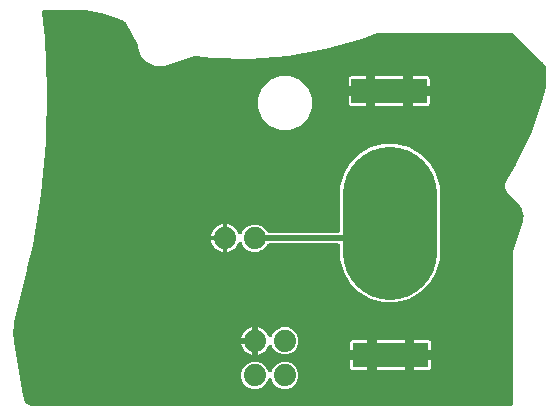
<source format=gbl>
G04 EAGLE Gerber X2 export*
G75*
%MOMM*%
%FSLAX34Y34*%
%LPD*%
%AMOC8*
5,1,8,0,0,1.08239X$1,22.5*%
G01*
%ADD10C,1.879600*%
%ADD11R,3.175000X2.032000*%
%ADD12C,8.000000*%
%ADD13C,0.508000*%

G36*
X431866Y10167D02*
X431866Y10167D01*
X431959Y10167D01*
X432039Y10173D01*
X432111Y10186D01*
X432184Y10190D01*
X432349Y10229D01*
X432435Y10244D01*
X432466Y10257D01*
X432507Y10266D01*
X432658Y10316D01*
X432799Y10377D01*
X432941Y10432D01*
X432988Y10460D01*
X433027Y10477D01*
X433097Y10527D01*
X433225Y10604D01*
X433353Y10698D01*
X433467Y10799D01*
X433586Y10895D01*
X433622Y10937D01*
X433654Y10965D01*
X433706Y11034D01*
X433802Y11147D01*
X433896Y11275D01*
X433973Y11407D01*
X434056Y11536D01*
X434078Y11586D01*
X434099Y11623D01*
X434127Y11704D01*
X434184Y11842D01*
X434234Y11993D01*
X434249Y12065D01*
X434274Y12134D01*
X434301Y12301D01*
X434319Y12386D01*
X434320Y12419D01*
X434327Y12461D01*
X434333Y12541D01*
X434332Y12607D01*
X434339Y12700D01*
X434339Y139267D01*
X434333Y139328D01*
X434334Y139411D01*
X434222Y140996D01*
X434235Y141036D01*
X434270Y141192D01*
X434312Y141348D01*
X434316Y141394D01*
X434324Y141429D01*
X434326Y141516D01*
X434339Y141679D01*
X434339Y141721D01*
X434947Y143188D01*
X434965Y143247D01*
X434997Y143323D01*
X442597Y166121D01*
X442610Y166179D01*
X442636Y166256D01*
X443093Y168024D01*
X443100Y168068D01*
X443113Y168111D01*
X443146Y168369D01*
X443154Y168422D01*
X443154Y168430D01*
X443155Y168440D01*
X443319Y172081D01*
X443313Y172196D01*
X443316Y172311D01*
X443301Y172412D01*
X443297Y172483D01*
X443281Y172547D01*
X443267Y172639D01*
X442429Y176185D01*
X442392Y176294D01*
X442364Y176406D01*
X442322Y176499D01*
X442298Y176566D01*
X442265Y176623D01*
X442227Y176708D01*
X440452Y179891D01*
X440426Y179927D01*
X440407Y179968D01*
X440252Y180178D01*
X440222Y180221D01*
X440216Y180227D01*
X440210Y180235D01*
X439011Y181613D01*
X438968Y181653D01*
X438915Y181715D01*
X437201Y183430D01*
X437200Y183430D01*
X431905Y188725D01*
X431863Y188760D01*
X431826Y188800D01*
X431652Y188932D01*
X431594Y188981D01*
X431579Y188988D01*
X431562Y189001D01*
X430979Y189374D01*
X430435Y190151D01*
X430428Y190160D01*
X430421Y190171D01*
X430207Y190424D01*
X429536Y191094D01*
X429271Y191734D01*
X429264Y191747D01*
X429260Y191760D01*
X429242Y191792D01*
X429227Y191833D01*
X429117Y192021D01*
X429081Y192089D01*
X429070Y192102D01*
X429060Y192120D01*
X428663Y192687D01*
X428459Y193613D01*
X428455Y193625D01*
X428454Y193637D01*
X428352Y193953D01*
X427989Y194829D01*
X427989Y195521D01*
X427984Y195575D01*
X427986Y195630D01*
X427957Y195846D01*
X427949Y195922D01*
X427944Y195938D01*
X427942Y195959D01*
X427792Y196634D01*
X427958Y197568D01*
X427959Y197580D01*
X427962Y197592D01*
X427989Y197923D01*
X427989Y198871D01*
X428254Y199510D01*
X428270Y199563D01*
X428293Y199612D01*
X428348Y199823D01*
X428371Y199896D01*
X428372Y199913D01*
X428377Y199933D01*
X428498Y200614D01*
X429009Y201414D01*
X429014Y201425D01*
X429022Y201434D01*
X429173Y201730D01*
X429536Y202606D01*
X429913Y202983D01*
X429967Y203048D01*
X430027Y203106D01*
X430114Y203227D01*
X430168Y203294D01*
X430188Y203332D01*
X430220Y203376D01*
X436940Y214608D01*
X436970Y214673D01*
X437024Y214764D01*
X449474Y240415D01*
X449504Y240496D01*
X449565Y240633D01*
X458953Y267556D01*
X458970Y267627D01*
X459004Y267726D01*
X462217Y280401D01*
X462230Y280486D01*
X462252Y280569D01*
X462264Y280715D01*
X462277Y280799D01*
X462275Y280843D01*
X462279Y280900D01*
X462279Y296110D01*
X462273Y296171D01*
X462276Y296232D01*
X462248Y296428D01*
X462239Y296510D01*
X462233Y296532D01*
X462229Y296560D01*
X462170Y296820D01*
X462159Y296852D01*
X462154Y296885D01*
X462044Y297198D01*
X462042Y297202D01*
X461269Y298933D01*
X461219Y299020D01*
X461179Y299111D01*
X461109Y299214D01*
X461069Y299283D01*
X461033Y299324D01*
X460991Y299385D01*
X459863Y300776D01*
X459767Y300873D01*
X459677Y300975D01*
X459626Y301015D01*
X459579Y301062D01*
X459466Y301138D01*
X459358Y301221D01*
X459291Y301255D01*
X459245Y301286D01*
X459172Y301317D01*
X459063Y301372D01*
X458884Y301447D01*
X458138Y302193D01*
X458109Y302217D01*
X457894Y302401D01*
X457039Y303020D01*
X456733Y303518D01*
X456690Y303576D01*
X456654Y303639D01*
X456542Y303770D01*
X456490Y303839D01*
X456466Y303860D01*
X456439Y303892D01*
X435310Y325020D01*
X434536Y325794D01*
X434516Y325811D01*
X434498Y325832D01*
X434360Y325939D01*
X434225Y326049D01*
X434201Y326062D01*
X434180Y326078D01*
X434023Y326156D01*
X433869Y326238D01*
X433844Y326246D01*
X433819Y326258D01*
X433650Y326303D01*
X433483Y326353D01*
X433457Y326355D01*
X433431Y326362D01*
X433100Y326389D01*
X319888Y326389D01*
X319863Y326387D01*
X319838Y326389D01*
X319662Y326367D01*
X319487Y326349D01*
X319463Y326342D01*
X319438Y326339D01*
X319122Y326239D01*
X306438Y321073D01*
X275542Y312119D01*
X243880Y306444D01*
X211798Y304109D01*
X179647Y305141D01*
X166321Y306975D01*
X166223Y306979D01*
X166126Y306993D01*
X166022Y306987D01*
X165919Y306991D01*
X165822Y306975D01*
X165724Y306969D01*
X165601Y306939D01*
X165521Y306926D01*
X165471Y306907D01*
X165401Y306890D01*
X141884Y299051D01*
X138752Y298007D01*
X131364Y298427D01*
X124655Y301547D01*
X119574Y306925D01*
X116839Y313800D01*
X116839Y314622D01*
X116829Y314725D01*
X116829Y314828D01*
X116809Y314924D01*
X116799Y315022D01*
X116769Y315121D01*
X116748Y315222D01*
X116704Y315333D01*
X116681Y315407D01*
X116654Y315458D01*
X116625Y315530D01*
X107029Y334721D01*
X106984Y334792D01*
X106948Y334868D01*
X106877Y334962D01*
X106815Y335062D01*
X106756Y335123D01*
X106706Y335190D01*
X106618Y335268D01*
X106537Y335353D01*
X106468Y335401D01*
X106405Y335457D01*
X106277Y335535D01*
X106207Y335584D01*
X106168Y335601D01*
X106121Y335629D01*
X105049Y336166D01*
X104778Y336301D01*
X104746Y336313D01*
X104707Y336335D01*
X98758Y339027D01*
X98676Y339055D01*
X98616Y339080D01*
X98592Y339092D01*
X98578Y339095D01*
X98538Y339112D01*
X86106Y343082D01*
X86053Y343093D01*
X85801Y343154D01*
X72906Y345163D01*
X72820Y345168D01*
X72671Y345185D01*
X66146Y345438D01*
X66112Y345436D01*
X66067Y345439D01*
X38100Y345439D01*
X38034Y345433D01*
X37941Y345433D01*
X37861Y345427D01*
X37789Y345414D01*
X37716Y345410D01*
X37551Y345371D01*
X37465Y345356D01*
X37434Y345343D01*
X37393Y345334D01*
X37242Y345284D01*
X37101Y345223D01*
X36959Y345168D01*
X36912Y345140D01*
X36873Y345123D01*
X36803Y345073D01*
X36675Y344996D01*
X36547Y344902D01*
X36433Y344801D01*
X36314Y344705D01*
X36278Y344663D01*
X36246Y344635D01*
X36194Y344566D01*
X36098Y344453D01*
X36004Y344325D01*
X36004Y344324D01*
X36003Y344323D01*
X35831Y344039D01*
X35824Y344021D01*
X35814Y344005D01*
X35809Y343990D01*
X35801Y343977D01*
X35747Y343820D01*
X35687Y343663D01*
X35684Y343644D01*
X35677Y343626D01*
X35675Y343611D01*
X35670Y343596D01*
X35648Y343431D01*
X35621Y343266D01*
X35621Y343247D01*
X35618Y343228D01*
X35619Y343211D01*
X35617Y343197D01*
X35622Y343129D01*
X35630Y342896D01*
X38046Y322120D01*
X40077Y277965D01*
X39023Y233775D01*
X34889Y189766D01*
X27695Y146154D01*
X23129Y126938D01*
X23126Y126919D01*
X23120Y126900D01*
X23100Y126720D01*
X23095Y126686D01*
X22575Y124606D01*
X22573Y124596D01*
X22569Y124583D01*
X22084Y122541D01*
X21987Y122255D01*
X12575Y84607D01*
X12569Y84563D01*
X12553Y84506D01*
X11730Y80313D01*
X11725Y80258D01*
X11694Y80003D01*
X11353Y71476D01*
X11357Y71421D01*
X11365Y71164D01*
X11850Y66919D01*
X11860Y66875D01*
X11865Y66816D01*
X12264Y64424D01*
X19822Y19070D01*
X19823Y19070D01*
X19848Y18915D01*
X19848Y18914D01*
X20221Y16678D01*
X20237Y16620D01*
X20250Y16538D01*
X20439Y15751D01*
X20454Y15705D01*
X20463Y15658D01*
X20546Y15441D01*
X20547Y15436D01*
X20548Y15435D01*
X20550Y15430D01*
X20571Y15370D01*
X20577Y15361D01*
X20581Y15348D01*
X21279Y13890D01*
X21341Y13788D01*
X21395Y13681D01*
X21453Y13603D01*
X21488Y13545D01*
X21535Y13495D01*
X21594Y13416D01*
X22669Y12208D01*
X22757Y12127D01*
X22838Y12040D01*
X22915Y11982D01*
X22965Y11936D01*
X23024Y11900D01*
X23103Y11840D01*
X24471Y10979D01*
X24578Y10925D01*
X24680Y10864D01*
X24770Y10829D01*
X24831Y10799D01*
X24898Y10781D01*
X24990Y10746D01*
X26543Y10297D01*
X26590Y10289D01*
X26636Y10273D01*
X26877Y10236D01*
X26939Y10225D01*
X26950Y10225D01*
X26964Y10223D01*
X27772Y10166D01*
X27832Y10168D01*
X27915Y10161D01*
X431800Y10161D01*
X431866Y10167D01*
G37*
%LPC*%
G36*
X324666Y98067D02*
X324666Y98067D01*
X313976Y100932D01*
X304391Y106465D01*
X296565Y114291D01*
X291032Y123876D01*
X288167Y134566D01*
X288167Y145796D01*
X288165Y145814D01*
X288167Y145832D01*
X288146Y146014D01*
X288127Y146197D01*
X288122Y146214D01*
X288120Y146231D01*
X288063Y146406D01*
X288009Y146582D01*
X288001Y146597D01*
X287995Y146614D01*
X287905Y146774D01*
X287817Y146936D01*
X287806Y146949D01*
X287797Y146965D01*
X287677Y147104D01*
X287560Y147245D01*
X287546Y147256D01*
X287534Y147270D01*
X287389Y147382D01*
X287246Y147497D01*
X287230Y147505D01*
X287216Y147516D01*
X287051Y147598D01*
X286889Y147683D01*
X286872Y147688D01*
X286856Y147696D01*
X286677Y147743D01*
X286502Y147794D01*
X286484Y147796D01*
X286467Y147800D01*
X286136Y147827D01*
X227736Y147827D01*
X227713Y147825D01*
X227691Y147827D01*
X227514Y147805D01*
X227335Y147787D01*
X227314Y147781D01*
X227292Y147778D01*
X227122Y147722D01*
X226950Y147669D01*
X226930Y147659D01*
X226909Y147652D01*
X226754Y147563D01*
X226596Y147477D01*
X226579Y147463D01*
X226560Y147452D01*
X226425Y147335D01*
X226287Y147220D01*
X226273Y147202D01*
X226256Y147188D01*
X226147Y147046D01*
X226035Y146906D01*
X226024Y146886D01*
X226011Y146868D01*
X225859Y146573D01*
X225591Y145925D01*
X222375Y142709D01*
X220744Y142034D01*
X218174Y140969D01*
X213626Y140969D01*
X209425Y142709D01*
X206209Y145925D01*
X205369Y147955D01*
X205327Y148033D01*
X205294Y148116D01*
X205232Y148210D01*
X205179Y148310D01*
X205122Y148378D01*
X205073Y148453D01*
X204994Y148533D01*
X204922Y148620D01*
X204853Y148676D01*
X204791Y148739D01*
X204697Y148803D01*
X204609Y148874D01*
X204531Y148915D01*
X204457Y148965D01*
X204353Y149009D01*
X204253Y149061D01*
X204168Y149086D01*
X204086Y149120D01*
X203975Y149142D01*
X203867Y149174D01*
X203778Y149182D01*
X203691Y149199D01*
X203578Y149199D01*
X203465Y149209D01*
X203377Y149199D01*
X203288Y149199D01*
X203178Y149176D01*
X203065Y149164D01*
X202981Y149136D01*
X202894Y149119D01*
X202790Y149075D01*
X202682Y149040D01*
X202604Y148997D01*
X202523Y148963D01*
X202429Y148899D01*
X202331Y148844D01*
X202263Y148786D01*
X202190Y148736D01*
X202110Y148656D01*
X202025Y148582D01*
X201970Y148512D01*
X201908Y148449D01*
X201846Y148354D01*
X201776Y148265D01*
X201737Y148186D01*
X201688Y148111D01*
X201634Y147981D01*
X201596Y147905D01*
X201584Y147861D01*
X201570Y147829D01*
X200711Y146143D01*
X199606Y144622D01*
X198278Y143294D01*
X196757Y142189D01*
X195083Y141336D01*
X193296Y140755D01*
X192531Y140634D01*
X192531Y152400D01*
X192531Y164166D01*
X193296Y164045D01*
X195083Y163464D01*
X196757Y162611D01*
X198278Y161506D01*
X199606Y160178D01*
X200711Y158657D01*
X201574Y156964D01*
X201596Y156913D01*
X201622Y156829D01*
X201676Y156730D01*
X201722Y156626D01*
X201773Y156553D01*
X201816Y156475D01*
X201888Y156389D01*
X201953Y156296D01*
X202018Y156235D01*
X202075Y156167D01*
X202163Y156097D01*
X202245Y156019D01*
X202320Y155972D01*
X202390Y155916D01*
X202490Y155865D01*
X202586Y155805D01*
X202669Y155773D01*
X202748Y155732D01*
X202856Y155702D01*
X202962Y155661D01*
X203050Y155647D01*
X203135Y155623D01*
X203248Y155614D01*
X203359Y155595D01*
X203448Y155598D01*
X203536Y155592D01*
X203649Y155605D01*
X203762Y155609D01*
X203848Y155630D01*
X203936Y155640D01*
X204043Y155676D01*
X204153Y155702D01*
X204234Y155739D01*
X204318Y155767D01*
X204416Y155823D01*
X204519Y155870D01*
X204591Y155922D01*
X204668Y155966D01*
X204753Y156041D01*
X204845Y156107D01*
X204905Y156172D01*
X204972Y156231D01*
X205041Y156320D01*
X205117Y156403D01*
X205163Y156480D01*
X205217Y156550D01*
X205281Y156675D01*
X205325Y156748D01*
X205341Y156791D01*
X205369Y156845D01*
X206209Y158875D01*
X209425Y162091D01*
X210806Y162662D01*
X210806Y162663D01*
X213626Y163831D01*
X218174Y163831D01*
X222375Y162091D01*
X225591Y158875D01*
X225859Y158227D01*
X225870Y158207D01*
X225876Y158186D01*
X225965Y158030D01*
X226049Y157872D01*
X226063Y157855D01*
X226074Y157835D01*
X226191Y157700D01*
X226306Y157561D01*
X226323Y157547D01*
X226338Y157530D01*
X226479Y157421D01*
X226618Y157308D01*
X226638Y157297D01*
X226656Y157284D01*
X226816Y157204D01*
X226975Y157121D01*
X226996Y157114D01*
X227016Y157104D01*
X227190Y157058D01*
X227361Y157008D01*
X227383Y157006D01*
X227405Y157000D01*
X227736Y156973D01*
X286136Y156973D01*
X286154Y156975D01*
X286172Y156973D01*
X286354Y156994D01*
X286537Y157013D01*
X286554Y157018D01*
X286571Y157020D01*
X286746Y157077D01*
X286922Y157131D01*
X286937Y157139D01*
X286954Y157145D01*
X287114Y157235D01*
X287276Y157323D01*
X287289Y157334D01*
X287305Y157343D01*
X287444Y157463D01*
X287585Y157580D01*
X287596Y157594D01*
X287610Y157606D01*
X287722Y157751D01*
X287837Y157894D01*
X287845Y157910D01*
X287856Y157924D01*
X287938Y158089D01*
X288023Y158251D01*
X288028Y158268D01*
X288036Y158284D01*
X288083Y158463D01*
X288134Y158638D01*
X288136Y158656D01*
X288140Y158673D01*
X288167Y159004D01*
X288167Y195634D01*
X291032Y206324D01*
X296565Y215909D01*
X304391Y223735D01*
X313976Y229268D01*
X324666Y232133D01*
X335734Y232133D01*
X346424Y229268D01*
X356009Y223735D01*
X363835Y215909D01*
X369368Y206324D01*
X372233Y195634D01*
X372233Y134566D01*
X369368Y123876D01*
X363835Y114291D01*
X356009Y106465D01*
X346424Y100932D01*
X335734Y98067D01*
X324666Y98067D01*
G37*
%LPD*%
%LPC*%
G36*
X236753Y243839D02*
X236753Y243839D01*
X228350Y247320D01*
X221920Y253750D01*
X218439Y262153D01*
X218439Y271247D01*
X221920Y279650D01*
X228350Y286080D01*
X236753Y289561D01*
X245847Y289561D01*
X254250Y286080D01*
X260680Y279650D01*
X264161Y271247D01*
X264161Y262153D01*
X260680Y253750D01*
X254250Y247320D01*
X245847Y243839D01*
X236753Y243839D01*
G37*
%LPD*%
%LPC*%
G36*
X213626Y24891D02*
X213626Y24891D01*
X209425Y26631D01*
X206209Y29847D01*
X204469Y34048D01*
X204469Y38596D01*
X206209Y42797D01*
X209425Y46013D01*
X211522Y46881D01*
X213626Y47753D01*
X218174Y47753D01*
X222375Y46013D01*
X225591Y42797D01*
X226723Y40062D01*
X226728Y40054D01*
X226730Y40046D01*
X226823Y39877D01*
X226914Y39707D01*
X226919Y39700D01*
X226924Y39692D01*
X227047Y39546D01*
X227170Y39397D01*
X227177Y39391D01*
X227183Y39384D01*
X227333Y39265D01*
X227483Y39143D01*
X227491Y39139D01*
X227497Y39133D01*
X227669Y39045D01*
X227839Y38956D01*
X227848Y38953D01*
X227856Y38949D01*
X228041Y38897D01*
X228226Y38843D01*
X228234Y38842D01*
X228243Y38840D01*
X228434Y38825D01*
X228627Y38808D01*
X228636Y38809D01*
X228644Y38809D01*
X228837Y38832D01*
X229027Y38853D01*
X229035Y38856D01*
X229044Y38857D01*
X229229Y38918D01*
X229410Y38977D01*
X229418Y38981D01*
X229426Y38984D01*
X229594Y39079D01*
X229762Y39173D01*
X229768Y39179D01*
X229776Y39183D01*
X229921Y39310D01*
X230067Y39435D01*
X230073Y39442D01*
X230080Y39448D01*
X230197Y39600D01*
X230316Y39752D01*
X230320Y39760D01*
X230325Y39767D01*
X230477Y40062D01*
X231609Y42797D01*
X234825Y46013D01*
X236922Y46881D01*
X239026Y47753D01*
X243574Y47753D01*
X247775Y46013D01*
X250991Y42797D01*
X252731Y38596D01*
X252731Y34048D01*
X250991Y29847D01*
X247775Y26631D01*
X243574Y24891D01*
X239026Y24891D01*
X234825Y26631D01*
X231609Y29847D01*
X230477Y32582D01*
X230472Y32590D01*
X230470Y32598D01*
X230377Y32767D01*
X230286Y32937D01*
X230281Y32944D01*
X230276Y32952D01*
X230152Y33099D01*
X230030Y33247D01*
X230023Y33253D01*
X230017Y33260D01*
X229866Y33380D01*
X229717Y33501D01*
X229710Y33505D01*
X229702Y33511D01*
X229532Y33598D01*
X229361Y33688D01*
X229352Y33691D01*
X229344Y33695D01*
X229162Y33746D01*
X228974Y33801D01*
X228965Y33802D01*
X228957Y33804D01*
X228766Y33819D01*
X228573Y33836D01*
X228564Y33835D01*
X228556Y33835D01*
X228365Y33812D01*
X228173Y33791D01*
X228165Y33788D01*
X228156Y33787D01*
X227975Y33727D01*
X227790Y33667D01*
X227782Y33663D01*
X227774Y33660D01*
X227607Y33565D01*
X227438Y33471D01*
X227432Y33465D01*
X227424Y33461D01*
X227277Y33333D01*
X227133Y33209D01*
X227127Y33202D01*
X227120Y33196D01*
X227003Y33043D01*
X226884Y32892D01*
X226880Y32884D01*
X226875Y32877D01*
X226723Y32582D01*
X225591Y29847D01*
X222375Y26631D01*
X218174Y24891D01*
X213626Y24891D01*
G37*
%LPD*%
%LPC*%
G36*
X218439Y64770D02*
X218439Y64770D01*
X218437Y64788D01*
X218439Y64805D01*
X218418Y64988D01*
X218399Y65170D01*
X218394Y65187D01*
X218392Y65205D01*
X218367Y65283D01*
X218406Y65420D01*
X218408Y65438D01*
X218412Y65455D01*
X218439Y65786D01*
X218439Y76963D01*
X218696Y76923D01*
X220483Y76342D01*
X222157Y75489D01*
X223678Y74384D01*
X225006Y73056D01*
X226111Y71535D01*
X226974Y69842D01*
X226996Y69791D01*
X227022Y69707D01*
X227076Y69608D01*
X227122Y69504D01*
X227173Y69431D01*
X227216Y69353D01*
X227288Y69267D01*
X227353Y69174D01*
X227418Y69113D01*
X227475Y69045D01*
X227563Y68975D01*
X227645Y68897D01*
X227720Y68850D01*
X227790Y68794D01*
X227890Y68743D01*
X227986Y68683D01*
X228069Y68651D01*
X228148Y68610D01*
X228256Y68580D01*
X228362Y68539D01*
X228450Y68525D01*
X228535Y68501D01*
X228648Y68492D01*
X228759Y68473D01*
X228848Y68476D01*
X228936Y68470D01*
X229049Y68483D01*
X229162Y68487D01*
X229248Y68508D01*
X229336Y68518D01*
X229443Y68554D01*
X229553Y68580D01*
X229634Y68617D01*
X229718Y68645D01*
X229816Y68701D01*
X229919Y68748D01*
X229991Y68800D01*
X230068Y68844D01*
X230153Y68919D01*
X230245Y68985D01*
X230305Y69050D01*
X230372Y69109D01*
X230441Y69198D01*
X230517Y69281D01*
X230563Y69358D01*
X230617Y69428D01*
X230681Y69553D01*
X230725Y69626D01*
X230741Y69669D01*
X230769Y69723D01*
X231609Y71753D01*
X234825Y74969D01*
X239026Y76709D01*
X243574Y76709D01*
X247775Y74969D01*
X250991Y71753D01*
X252731Y67552D01*
X252731Y63004D01*
X250991Y58803D01*
X247775Y55587D01*
X243574Y53847D01*
X239026Y53847D01*
X234825Y55587D01*
X231609Y58803D01*
X230769Y60833D01*
X230727Y60911D01*
X230694Y60994D01*
X230632Y61088D01*
X230579Y61188D01*
X230522Y61256D01*
X230473Y61331D01*
X230394Y61411D01*
X230322Y61498D01*
X230253Y61554D01*
X230191Y61617D01*
X230097Y61681D01*
X230009Y61752D01*
X229931Y61793D01*
X229857Y61843D01*
X229753Y61887D01*
X229653Y61939D01*
X229568Y61964D01*
X229486Y61998D01*
X229375Y62020D01*
X229267Y62052D01*
X229178Y62060D01*
X229091Y62077D01*
X228978Y62077D01*
X228865Y62087D01*
X228777Y62077D01*
X228688Y62077D01*
X228578Y62054D01*
X228465Y62042D01*
X228381Y62014D01*
X228294Y61997D01*
X228190Y61953D01*
X228082Y61918D01*
X228004Y61875D01*
X227923Y61841D01*
X227829Y61777D01*
X227731Y61722D01*
X227663Y61664D01*
X227590Y61614D01*
X227510Y61534D01*
X227425Y61460D01*
X227370Y61390D01*
X227308Y61327D01*
X227246Y61232D01*
X227176Y61143D01*
X227137Y61064D01*
X227088Y60989D01*
X227034Y60859D01*
X226996Y60783D01*
X226984Y60739D01*
X226970Y60707D01*
X226111Y59021D01*
X225006Y57500D01*
X223678Y56172D01*
X222157Y55067D01*
X220483Y54214D01*
X218696Y53633D01*
X218439Y53593D01*
X218439Y64770D01*
G37*
%LPD*%
%LPC*%
G36*
X317753Y280923D02*
X317753Y280923D01*
X317753Y289561D01*
X341377Y289561D01*
X341377Y280923D01*
X317753Y280923D01*
G37*
%LPD*%
%LPC*%
G36*
X319023Y57403D02*
X319023Y57403D01*
X319023Y66041D01*
X342647Y66041D01*
X342647Y57403D01*
X319023Y57403D01*
G37*
%LPD*%
%LPC*%
G36*
X319023Y40639D02*
X319023Y40639D01*
X319023Y49277D01*
X342647Y49277D01*
X342647Y40639D01*
X319023Y40639D01*
G37*
%LPD*%
%LPC*%
G36*
X317753Y264159D02*
X317753Y264159D01*
X317753Y272797D01*
X341377Y272797D01*
X341377Y264159D01*
X317753Y264159D01*
G37*
%LPD*%
%LPC*%
G36*
X349503Y280923D02*
X349503Y280923D01*
X349503Y289561D01*
X361650Y289561D01*
X362296Y289388D01*
X362875Y289053D01*
X363348Y288580D01*
X363683Y288001D01*
X363856Y287355D01*
X363856Y280923D01*
X349503Y280923D01*
G37*
%LPD*%
%LPC*%
G36*
X350773Y57403D02*
X350773Y57403D01*
X350773Y66041D01*
X362920Y66041D01*
X363566Y65868D01*
X364145Y65533D01*
X364618Y65060D01*
X364953Y64481D01*
X365126Y63835D01*
X365126Y57403D01*
X350773Y57403D01*
G37*
%LPD*%
%LPC*%
G36*
X296544Y57403D02*
X296544Y57403D01*
X296544Y63835D01*
X296717Y64481D01*
X297052Y65060D01*
X297525Y65533D01*
X298104Y65868D01*
X298750Y66041D01*
X310897Y66041D01*
X310897Y57403D01*
X296544Y57403D01*
G37*
%LPD*%
%LPC*%
G36*
X295274Y280923D02*
X295274Y280923D01*
X295274Y287355D01*
X295447Y288001D01*
X295782Y288580D01*
X296255Y289053D01*
X296834Y289388D01*
X297480Y289561D01*
X309627Y289561D01*
X309627Y280923D01*
X295274Y280923D01*
G37*
%LPD*%
%LPC*%
G36*
X349503Y264159D02*
X349503Y264159D01*
X349503Y272797D01*
X363856Y272797D01*
X363856Y266365D01*
X363683Y265719D01*
X363348Y265140D01*
X362875Y264667D01*
X362296Y264332D01*
X361650Y264159D01*
X349503Y264159D01*
G37*
%LPD*%
%LPC*%
G36*
X350773Y40639D02*
X350773Y40639D01*
X350773Y49277D01*
X365126Y49277D01*
X365126Y42845D01*
X364953Y42199D01*
X364618Y41620D01*
X364145Y41147D01*
X363566Y40812D01*
X362920Y40639D01*
X350773Y40639D01*
G37*
%LPD*%
%LPC*%
G36*
X297480Y264159D02*
X297480Y264159D01*
X296834Y264332D01*
X296255Y264667D01*
X295782Y265140D01*
X295447Y265719D01*
X295274Y266365D01*
X295274Y272797D01*
X309627Y272797D01*
X309627Y264159D01*
X297480Y264159D01*
G37*
%LPD*%
%LPC*%
G36*
X298750Y40639D02*
X298750Y40639D01*
X298104Y40812D01*
X297525Y41147D01*
X297052Y41620D01*
X296717Y42199D01*
X296544Y42845D01*
X296544Y49277D01*
X310897Y49277D01*
X310897Y40639D01*
X298750Y40639D01*
G37*
%LPD*%
%LPC*%
G36*
X178734Y154431D02*
X178734Y154431D01*
X178855Y155196D01*
X179436Y156983D01*
X180289Y158657D01*
X181394Y160178D01*
X182722Y161506D01*
X184243Y162611D01*
X185917Y163464D01*
X187704Y164045D01*
X188469Y164166D01*
X188469Y154431D01*
X178734Y154431D01*
G37*
%LPD*%
%LPC*%
G36*
X187704Y140755D02*
X187704Y140755D01*
X185917Y141336D01*
X184243Y142189D01*
X182722Y143294D01*
X181394Y144622D01*
X180289Y146143D01*
X179436Y147817D01*
X178855Y149604D01*
X178734Y150369D01*
X188469Y150369D01*
X188469Y140634D01*
X187704Y140755D01*
G37*
%LPD*%
%LPC*%
G36*
X204215Y67817D02*
X204215Y67817D01*
X204255Y68074D01*
X204836Y69861D01*
X205689Y71535D01*
X206794Y73056D01*
X208122Y74384D01*
X209643Y75489D01*
X211317Y76342D01*
X213104Y76923D01*
X213361Y76963D01*
X213361Y67817D01*
X204215Y67817D01*
G37*
%LPD*%
%LPC*%
G36*
X213104Y53633D02*
X213104Y53633D01*
X211317Y54214D01*
X209643Y55067D01*
X208122Y56172D01*
X206794Y57500D01*
X205689Y59021D01*
X204836Y60695D01*
X204255Y62482D01*
X204215Y62739D01*
X213361Y62739D01*
X213361Y53593D01*
X213104Y53633D01*
G37*
%LPD*%
%LPC*%
G36*
X313689Y276859D02*
X313689Y276859D01*
X313689Y276861D01*
X313691Y276861D01*
X313691Y276859D01*
X313689Y276859D01*
G37*
%LPD*%
%LPC*%
G36*
X346709Y53339D02*
X346709Y53339D01*
X346709Y53341D01*
X346711Y53341D01*
X346711Y53339D01*
X346709Y53339D01*
G37*
%LPD*%
%LPC*%
G36*
X314959Y53339D02*
X314959Y53339D01*
X314959Y53341D01*
X314961Y53341D01*
X314961Y53339D01*
X314959Y53339D01*
G37*
%LPD*%
%LPC*%
G36*
X345439Y276859D02*
X345439Y276859D01*
X345439Y276861D01*
X345441Y276861D01*
X345441Y276859D01*
X345439Y276859D01*
G37*
%LPD*%
D10*
X215900Y65278D03*
X215900Y36322D03*
X241300Y65278D03*
X241300Y36322D03*
X190500Y152400D03*
X215900Y152400D03*
D11*
X313690Y276860D03*
D12*
X330200Y190100D02*
X330200Y140100D01*
D11*
X346710Y53340D03*
X345440Y276860D03*
X314960Y53340D03*
D13*
X304800Y152400D02*
X215900Y152400D01*
X304800Y152400D02*
X342900Y190500D01*
M02*

</source>
